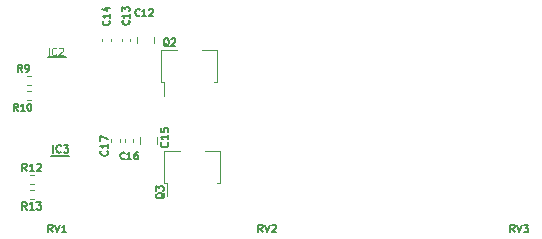
<source format=gbr>
%TF.GenerationSoftware,KiCad,Pcbnew,(5.1.7)-1*%
%TF.CreationDate,2021-07-14T13:30:58-05:00*%
%TF.ProjectId,PwmRgbLaserDriver Rev. B,50776d52-6762-44c6-9173-657244726976,rev?*%
%TF.SameCoordinates,Original*%
%TF.FileFunction,Legend,Top*%
%TF.FilePolarity,Positive*%
%FSLAX46Y46*%
G04 Gerber Fmt 4.6, Leading zero omitted, Abs format (unit mm)*
G04 Created by KiCad (PCBNEW (5.1.7)-1) date 2021-07-14 13:30:58*
%MOMM*%
%LPD*%
G01*
G04 APERTURE LIST*
%ADD10C,0.120000*%
%ADD11C,0.200000*%
%ADD12C,0.150000*%
%ADD13C,0.100000*%
G04 APERTURE END LIST*
D10*
%TO.C,R13*%
X213065379Y-48515000D02*
X213400621Y-48515000D01*
X213065379Y-49275000D02*
X213400621Y-49275000D01*
%TO.C,R12*%
X213065379Y-47245000D02*
X213400621Y-47245000D01*
X213065379Y-48005000D02*
X213400621Y-48005000D01*
%TO.C,R10*%
X212811379Y-40133000D02*
X213146621Y-40133000D01*
X212811379Y-40893000D02*
X213146621Y-40893000D01*
%TO.C,R9*%
X212811379Y-38863000D02*
X213146621Y-38863000D01*
X212811379Y-39623000D02*
X213146621Y-39623000D01*
%TO.C,Q3*%
X227872000Y-45203000D02*
X229182000Y-45203000D01*
X229182000Y-45203000D02*
X229182000Y-47923000D01*
X224692000Y-49063000D02*
X224692000Y-47923000D01*
X224462000Y-45203000D02*
X225772000Y-45203000D01*
X224462000Y-47923000D02*
X224462000Y-45203000D01*
X224462000Y-47923000D02*
X224692000Y-47923000D01*
X229182000Y-47923000D02*
X228952000Y-47923000D01*
%TO.C,Q2*%
X227618000Y-36694000D02*
X228928000Y-36694000D01*
X228928000Y-36694000D02*
X228928000Y-39414000D01*
X224438000Y-40554000D02*
X224438000Y-39414000D01*
X224208000Y-36694000D02*
X225518000Y-36694000D01*
X224208000Y-39414000D02*
X224208000Y-36694000D01*
X224208000Y-39414000D02*
X224438000Y-39414000D01*
X228928000Y-39414000D02*
X228698000Y-39414000D01*
D11*
%TO.C,IC3*%
X214838000Y-45680000D02*
X216363000Y-45680000D01*
%TO.C,IC2*%
X214584000Y-37298000D02*
X216109000Y-37298000D01*
D10*
%TO.C,C17*%
X219985000Y-44438835D02*
X219985000Y-44207165D01*
X220705000Y-44438835D02*
X220705000Y-44207165D01*
%TO.C,C16*%
X221128000Y-44438835D02*
X221128000Y-44207165D01*
X221848000Y-44438835D02*
X221848000Y-44207165D01*
%TO.C,C15*%
X222404000Y-44584252D02*
X222404000Y-44061748D01*
X223874000Y-44584252D02*
X223874000Y-44061748D01*
%TO.C,C14*%
X219223000Y-35929835D02*
X219223000Y-35698165D01*
X219943000Y-35929835D02*
X219943000Y-35698165D01*
%TO.C,C13*%
X220874000Y-35929835D02*
X220874000Y-35698165D01*
X221594000Y-35929835D02*
X221594000Y-35698165D01*
%TO.C,C12*%
X222150000Y-36075252D02*
X222150000Y-35552748D01*
X223620000Y-36075252D02*
X223620000Y-35552748D01*
%TO.C,RV1*%
D12*
X215005095Y-52110047D02*
X214788428Y-51800523D01*
X214633666Y-52110047D02*
X214633666Y-51460047D01*
X214881285Y-51460047D01*
X214943190Y-51491000D01*
X214974142Y-51521952D01*
X215005095Y-51583857D01*
X215005095Y-51676714D01*
X214974142Y-51738619D01*
X214943190Y-51769571D01*
X214881285Y-51800523D01*
X214633666Y-51800523D01*
X215190809Y-51460047D02*
X215407476Y-52110047D01*
X215624142Y-51460047D01*
X216181285Y-52110047D02*
X215809857Y-52110047D01*
X215995571Y-52110047D02*
X215995571Y-51460047D01*
X215933666Y-51552904D01*
X215871761Y-51614809D01*
X215809857Y-51645761D01*
%TO.C,RV2*%
X232785095Y-52110047D02*
X232568428Y-51800523D01*
X232413666Y-52110047D02*
X232413666Y-51460047D01*
X232661285Y-51460047D01*
X232723190Y-51491000D01*
X232754142Y-51521952D01*
X232785095Y-51583857D01*
X232785095Y-51676714D01*
X232754142Y-51738619D01*
X232723190Y-51769571D01*
X232661285Y-51800523D01*
X232413666Y-51800523D01*
X232970809Y-51460047D02*
X233187476Y-52110047D01*
X233404142Y-51460047D01*
X233589857Y-51521952D02*
X233620809Y-51491000D01*
X233682714Y-51460047D01*
X233837476Y-51460047D01*
X233899380Y-51491000D01*
X233930333Y-51521952D01*
X233961285Y-51583857D01*
X233961285Y-51645761D01*
X233930333Y-51738619D01*
X233558904Y-52110047D01*
X233961285Y-52110047D01*
%TO.C,RV3*%
X254121095Y-52110047D02*
X253904428Y-51800523D01*
X253749666Y-52110047D02*
X253749666Y-51460047D01*
X253997285Y-51460047D01*
X254059190Y-51491000D01*
X254090142Y-51521952D01*
X254121095Y-51583857D01*
X254121095Y-51676714D01*
X254090142Y-51738619D01*
X254059190Y-51769571D01*
X253997285Y-51800523D01*
X253749666Y-51800523D01*
X254306809Y-51460047D02*
X254523476Y-52110047D01*
X254740142Y-51460047D01*
X254894904Y-51460047D02*
X255297285Y-51460047D01*
X255080619Y-51707666D01*
X255173476Y-51707666D01*
X255235380Y-51738619D01*
X255266333Y-51769571D01*
X255297285Y-51831476D01*
X255297285Y-51986238D01*
X255266333Y-52048142D01*
X255235380Y-52079095D01*
X255173476Y-52110047D01*
X254987761Y-52110047D01*
X254925857Y-52079095D01*
X254894904Y-52048142D01*
%TO.C,R13*%
X212810142Y-50187047D02*
X212593476Y-49877523D01*
X212438714Y-50187047D02*
X212438714Y-49537047D01*
X212686333Y-49537047D01*
X212748238Y-49568000D01*
X212779190Y-49598952D01*
X212810142Y-49660857D01*
X212810142Y-49753714D01*
X212779190Y-49815619D01*
X212748238Y-49846571D01*
X212686333Y-49877523D01*
X212438714Y-49877523D01*
X213429190Y-50187047D02*
X213057761Y-50187047D01*
X213243476Y-50187047D02*
X213243476Y-49537047D01*
X213181571Y-49629904D01*
X213119666Y-49691809D01*
X213057761Y-49722761D01*
X213645857Y-49537047D02*
X214048238Y-49537047D01*
X213831571Y-49784666D01*
X213924428Y-49784666D01*
X213986333Y-49815619D01*
X214017285Y-49846571D01*
X214048238Y-49908476D01*
X214048238Y-50063238D01*
X214017285Y-50125142D01*
X213986333Y-50156095D01*
X213924428Y-50187047D01*
X213738714Y-50187047D01*
X213676809Y-50156095D01*
X213645857Y-50125142D01*
%TO.C,R12*%
X212819142Y-46938047D02*
X212602476Y-46628523D01*
X212447714Y-46938047D02*
X212447714Y-46288047D01*
X212695333Y-46288047D01*
X212757238Y-46319000D01*
X212788190Y-46349952D01*
X212819142Y-46411857D01*
X212819142Y-46504714D01*
X212788190Y-46566619D01*
X212757238Y-46597571D01*
X212695333Y-46628523D01*
X212447714Y-46628523D01*
X213438190Y-46938047D02*
X213066761Y-46938047D01*
X213252476Y-46938047D02*
X213252476Y-46288047D01*
X213190571Y-46380904D01*
X213128666Y-46442809D01*
X213066761Y-46473761D01*
X213685809Y-46349952D02*
X213716761Y-46319000D01*
X213778666Y-46288047D01*
X213933428Y-46288047D01*
X213995333Y-46319000D01*
X214026285Y-46349952D01*
X214057238Y-46411857D01*
X214057238Y-46473761D01*
X214026285Y-46566619D01*
X213654857Y-46938047D01*
X214057238Y-46938047D01*
%TO.C,R10*%
X212068285Y-41806428D02*
X211868285Y-41520714D01*
X211725428Y-41806428D02*
X211725428Y-41206428D01*
X211954000Y-41206428D01*
X212011142Y-41235000D01*
X212039714Y-41263571D01*
X212068285Y-41320714D01*
X212068285Y-41406428D01*
X212039714Y-41463571D01*
X212011142Y-41492142D01*
X211954000Y-41520714D01*
X211725428Y-41520714D01*
X212639714Y-41806428D02*
X212296857Y-41806428D01*
X212468285Y-41806428D02*
X212468285Y-41206428D01*
X212411142Y-41292142D01*
X212354000Y-41349285D01*
X212296857Y-41377857D01*
X213011142Y-41206428D02*
X213068285Y-41206428D01*
X213125428Y-41235000D01*
X213154000Y-41263571D01*
X213182571Y-41320714D01*
X213211142Y-41435000D01*
X213211142Y-41577857D01*
X213182571Y-41692142D01*
X213154000Y-41749285D01*
X213125428Y-41777857D01*
X213068285Y-41806428D01*
X213011142Y-41806428D01*
X212954000Y-41777857D01*
X212925428Y-41749285D01*
X212896857Y-41692142D01*
X212868285Y-41577857D01*
X212868285Y-41435000D01*
X212896857Y-41320714D01*
X212925428Y-41263571D01*
X212954000Y-41235000D01*
X213011142Y-41206428D01*
%TO.C,R9*%
X212457000Y-38501428D02*
X212257000Y-38215714D01*
X212114142Y-38501428D02*
X212114142Y-37901428D01*
X212342714Y-37901428D01*
X212399857Y-37930000D01*
X212428428Y-37958571D01*
X212457000Y-38015714D01*
X212457000Y-38101428D01*
X212428428Y-38158571D01*
X212399857Y-38187142D01*
X212342714Y-38215714D01*
X212114142Y-38215714D01*
X212742714Y-38501428D02*
X212857000Y-38501428D01*
X212914142Y-38472857D01*
X212942714Y-38444285D01*
X212999857Y-38358571D01*
X213028428Y-38244285D01*
X213028428Y-38015714D01*
X212999857Y-37958571D01*
X212971285Y-37930000D01*
X212914142Y-37901428D01*
X212799857Y-37901428D01*
X212742714Y-37930000D01*
X212714142Y-37958571D01*
X212685571Y-38015714D01*
X212685571Y-38158571D01*
X212714142Y-38215714D01*
X212742714Y-38244285D01*
X212799857Y-38272857D01*
X212914142Y-38272857D01*
X212971285Y-38244285D01*
X212999857Y-38215714D01*
X213028428Y-38158571D01*
%TO.C,Q3*%
X224488952Y-48760904D02*
X224458000Y-48822809D01*
X224396095Y-48884714D01*
X224303238Y-48977571D01*
X224272285Y-49039476D01*
X224272285Y-49101380D01*
X224427047Y-49070428D02*
X224396095Y-49132333D01*
X224334190Y-49194238D01*
X224210380Y-49225190D01*
X223993714Y-49225190D01*
X223869904Y-49194238D01*
X223808000Y-49132333D01*
X223777047Y-49070428D01*
X223777047Y-48946619D01*
X223808000Y-48884714D01*
X223869904Y-48822809D01*
X223993714Y-48791857D01*
X224210380Y-48791857D01*
X224334190Y-48822809D01*
X224396095Y-48884714D01*
X224427047Y-48946619D01*
X224427047Y-49070428D01*
X223777047Y-48575190D02*
X223777047Y-48172809D01*
X224024666Y-48389476D01*
X224024666Y-48296619D01*
X224055619Y-48234714D01*
X224086571Y-48203761D01*
X224148476Y-48172809D01*
X224303238Y-48172809D01*
X224365142Y-48203761D01*
X224396095Y-48234714D01*
X224427047Y-48296619D01*
X224427047Y-48482333D01*
X224396095Y-48544238D01*
X224365142Y-48575190D01*
%TO.C,Q2*%
X224852857Y-36348571D02*
X224795714Y-36320000D01*
X224738571Y-36262857D01*
X224652857Y-36177142D01*
X224595714Y-36148571D01*
X224538571Y-36148571D01*
X224567142Y-36291428D02*
X224510000Y-36262857D01*
X224452857Y-36205714D01*
X224424285Y-36091428D01*
X224424285Y-35891428D01*
X224452857Y-35777142D01*
X224510000Y-35720000D01*
X224567142Y-35691428D01*
X224681428Y-35691428D01*
X224738571Y-35720000D01*
X224795714Y-35777142D01*
X224824285Y-35891428D01*
X224824285Y-36091428D01*
X224795714Y-36205714D01*
X224738571Y-36262857D01*
X224681428Y-36291428D01*
X224567142Y-36291428D01*
X225052857Y-35748571D02*
X225081428Y-35720000D01*
X225138571Y-35691428D01*
X225281428Y-35691428D01*
X225338571Y-35720000D01*
X225367142Y-35748571D01*
X225395714Y-35805714D01*
X225395714Y-35862857D01*
X225367142Y-35948571D01*
X225024285Y-36291428D01*
X225395714Y-36291428D01*
%TO.C,IC3*%
X215035476Y-45353047D02*
X215035476Y-44703047D01*
X215716428Y-45291142D02*
X215685476Y-45322095D01*
X215592619Y-45353047D01*
X215530714Y-45353047D01*
X215437857Y-45322095D01*
X215375952Y-45260190D01*
X215345000Y-45198285D01*
X215314047Y-45074476D01*
X215314047Y-44981619D01*
X215345000Y-44857809D01*
X215375952Y-44795904D01*
X215437857Y-44734000D01*
X215530714Y-44703047D01*
X215592619Y-44703047D01*
X215685476Y-44734000D01*
X215716428Y-44764952D01*
X215933095Y-44703047D02*
X216335476Y-44703047D01*
X216118809Y-44950666D01*
X216211666Y-44950666D01*
X216273571Y-44981619D01*
X216304523Y-45012571D01*
X216335476Y-45074476D01*
X216335476Y-45229238D01*
X216304523Y-45291142D01*
X216273571Y-45322095D01*
X216211666Y-45353047D01*
X216025952Y-45353047D01*
X215964047Y-45322095D01*
X215933095Y-45291142D01*
%TO.C,IC2*%
D13*
X214677285Y-37076428D02*
X214677285Y-36476428D01*
X215305857Y-37019285D02*
X215277285Y-37047857D01*
X215191571Y-37076428D01*
X215134428Y-37076428D01*
X215048714Y-37047857D01*
X214991571Y-36990714D01*
X214963000Y-36933571D01*
X214934428Y-36819285D01*
X214934428Y-36733571D01*
X214963000Y-36619285D01*
X214991571Y-36562142D01*
X215048714Y-36505000D01*
X215134428Y-36476428D01*
X215191571Y-36476428D01*
X215277285Y-36505000D01*
X215305857Y-36533571D01*
X215534428Y-36533571D02*
X215563000Y-36505000D01*
X215620142Y-36476428D01*
X215763000Y-36476428D01*
X215820142Y-36505000D01*
X215848714Y-36533571D01*
X215877285Y-36590714D01*
X215877285Y-36647857D01*
X215848714Y-36733571D01*
X215505857Y-37076428D01*
X215877285Y-37076428D01*
%TO.C,C17*%
D12*
X219651142Y-45214857D02*
X219682095Y-45245809D01*
X219713047Y-45338666D01*
X219713047Y-45400571D01*
X219682095Y-45493428D01*
X219620190Y-45555333D01*
X219558285Y-45586285D01*
X219434476Y-45617238D01*
X219341619Y-45617238D01*
X219217809Y-45586285D01*
X219155904Y-45555333D01*
X219094000Y-45493428D01*
X219063047Y-45400571D01*
X219063047Y-45338666D01*
X219094000Y-45245809D01*
X219124952Y-45214857D01*
X219713047Y-44595809D02*
X219713047Y-44967238D01*
X219713047Y-44781523D02*
X219063047Y-44781523D01*
X219155904Y-44843428D01*
X219217809Y-44905333D01*
X219248761Y-44967238D01*
X219063047Y-44379142D02*
X219063047Y-43945809D01*
X219713047Y-44224380D01*
%TO.C,C16*%
X221117285Y-45876285D02*
X221088714Y-45904857D01*
X221003000Y-45933428D01*
X220945857Y-45933428D01*
X220860142Y-45904857D01*
X220803000Y-45847714D01*
X220774428Y-45790571D01*
X220745857Y-45676285D01*
X220745857Y-45590571D01*
X220774428Y-45476285D01*
X220803000Y-45419142D01*
X220860142Y-45362000D01*
X220945857Y-45333428D01*
X221003000Y-45333428D01*
X221088714Y-45362000D01*
X221117285Y-45390571D01*
X221688714Y-45933428D02*
X221345857Y-45933428D01*
X221517285Y-45933428D02*
X221517285Y-45333428D01*
X221460142Y-45419142D01*
X221403000Y-45476285D01*
X221345857Y-45504857D01*
X222203000Y-45333428D02*
X222088714Y-45333428D01*
X222031571Y-45362000D01*
X222003000Y-45390571D01*
X221945857Y-45476285D01*
X221917285Y-45590571D01*
X221917285Y-45819142D01*
X221945857Y-45876285D01*
X221974428Y-45904857D01*
X222031571Y-45933428D01*
X222145857Y-45933428D01*
X222203000Y-45904857D01*
X222231571Y-45876285D01*
X222260142Y-45819142D01*
X222260142Y-45676285D01*
X222231571Y-45619142D01*
X222203000Y-45590571D01*
X222145857Y-45562000D01*
X222031571Y-45562000D01*
X221974428Y-45590571D01*
X221945857Y-45619142D01*
X221917285Y-45676285D01*
%TO.C,C15*%
X224748142Y-44472857D02*
X224779095Y-44503809D01*
X224810047Y-44596666D01*
X224810047Y-44658571D01*
X224779095Y-44751428D01*
X224717190Y-44813333D01*
X224655285Y-44844285D01*
X224531476Y-44875238D01*
X224438619Y-44875238D01*
X224314809Y-44844285D01*
X224252904Y-44813333D01*
X224191000Y-44751428D01*
X224160047Y-44658571D01*
X224160047Y-44596666D01*
X224191000Y-44503809D01*
X224221952Y-44472857D01*
X224810047Y-43853809D02*
X224810047Y-44225238D01*
X224810047Y-44039523D02*
X224160047Y-44039523D01*
X224252904Y-44101428D01*
X224314809Y-44163333D01*
X224345761Y-44225238D01*
X224160047Y-43265714D02*
X224160047Y-43575238D01*
X224469571Y-43606190D01*
X224438619Y-43575238D01*
X224407666Y-43513333D01*
X224407666Y-43358571D01*
X224438619Y-43296666D01*
X224469571Y-43265714D01*
X224531476Y-43234761D01*
X224686238Y-43234761D01*
X224748142Y-43265714D01*
X224779095Y-43296666D01*
X224810047Y-43358571D01*
X224810047Y-43513333D01*
X224779095Y-43575238D01*
X224748142Y-43606190D01*
%TO.C,C14*%
X219797285Y-34167714D02*
X219825857Y-34196285D01*
X219854428Y-34282000D01*
X219854428Y-34339142D01*
X219825857Y-34424857D01*
X219768714Y-34482000D01*
X219711571Y-34510571D01*
X219597285Y-34539142D01*
X219511571Y-34539142D01*
X219397285Y-34510571D01*
X219340142Y-34482000D01*
X219283000Y-34424857D01*
X219254428Y-34339142D01*
X219254428Y-34282000D01*
X219283000Y-34196285D01*
X219311571Y-34167714D01*
X219854428Y-33596285D02*
X219854428Y-33939142D01*
X219854428Y-33767714D02*
X219254428Y-33767714D01*
X219340142Y-33824857D01*
X219397285Y-33882000D01*
X219425857Y-33939142D01*
X219454428Y-33082000D02*
X219854428Y-33082000D01*
X219225857Y-33224857D02*
X219654428Y-33367714D01*
X219654428Y-32996285D01*
%TO.C,C13*%
X221466285Y-34161714D02*
X221494857Y-34190285D01*
X221523428Y-34276000D01*
X221523428Y-34333142D01*
X221494857Y-34418857D01*
X221437714Y-34476000D01*
X221380571Y-34504571D01*
X221266285Y-34533142D01*
X221180571Y-34533142D01*
X221066285Y-34504571D01*
X221009142Y-34476000D01*
X220952000Y-34418857D01*
X220923428Y-34333142D01*
X220923428Y-34276000D01*
X220952000Y-34190285D01*
X220980571Y-34161714D01*
X221523428Y-33590285D02*
X221523428Y-33933142D01*
X221523428Y-33761714D02*
X220923428Y-33761714D01*
X221009142Y-33818857D01*
X221066285Y-33876000D01*
X221094857Y-33933142D01*
X220923428Y-33390285D02*
X220923428Y-33018857D01*
X221152000Y-33218857D01*
X221152000Y-33133142D01*
X221180571Y-33076000D01*
X221209142Y-33047428D01*
X221266285Y-33018857D01*
X221409142Y-33018857D01*
X221466285Y-33047428D01*
X221494857Y-33076000D01*
X221523428Y-33133142D01*
X221523428Y-33304571D01*
X221494857Y-33361714D01*
X221466285Y-33390285D01*
%TO.C,C12*%
X222372285Y-33742285D02*
X222343714Y-33770857D01*
X222258000Y-33799428D01*
X222200857Y-33799428D01*
X222115142Y-33770857D01*
X222058000Y-33713714D01*
X222029428Y-33656571D01*
X222000857Y-33542285D01*
X222000857Y-33456571D01*
X222029428Y-33342285D01*
X222058000Y-33285142D01*
X222115142Y-33228000D01*
X222200857Y-33199428D01*
X222258000Y-33199428D01*
X222343714Y-33228000D01*
X222372285Y-33256571D01*
X222943714Y-33799428D02*
X222600857Y-33799428D01*
X222772285Y-33799428D02*
X222772285Y-33199428D01*
X222715142Y-33285142D01*
X222658000Y-33342285D01*
X222600857Y-33370857D01*
X223172285Y-33256571D02*
X223200857Y-33228000D01*
X223258000Y-33199428D01*
X223400857Y-33199428D01*
X223458000Y-33228000D01*
X223486571Y-33256571D01*
X223515142Y-33313714D01*
X223515142Y-33370857D01*
X223486571Y-33456571D01*
X223143714Y-33799428D01*
X223515142Y-33799428D01*
%TD*%
M02*

</source>
